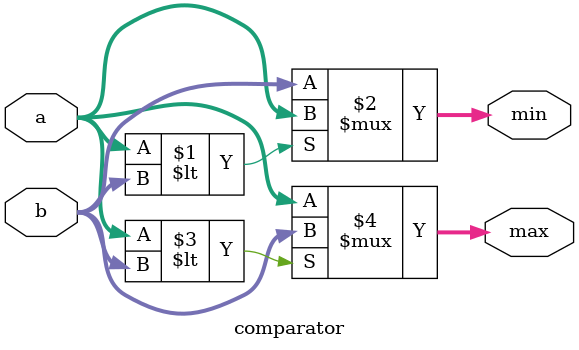
<source format=v>
module Sort(
    // Input signals
	in_num0,
	in_num1,
	in_num2,
	in_num3,
	in_num4,
    // Output signals
	out_num
);

//---------------------------------------------------------------------
//   INPUT AND OUTPUT DECLARATION                         
//---------------------------------------------------------------------
input      [5:0] in_num0, in_num1, in_num2, in_num3, in_num4;
output     [5:0] out_num;

//---------------------------------------------------------------------
//   Your design                        
//---------------------------------------------------------------------
wire [5:0] s0, s1, s2, s3, s4;
wire [5:0] t0, t1, t2, t3, t4;
wire [5:0] u0, u1, u2, u3, u4;
wire [5:0] v0, v1, v2, v3, v4;
wire [5:0] out0, out1, out2, out3;

comparator c1( .a(in_num0), 
               .b(in_num1),
               .min(s0), 
               .max(s1)
);
comparator c2( .a(in_num2), 
               .b(in_num3),
               .min(s2), 
               .max(s3)
);
assign s4 = in_num4;
// first swap

comparator c3( .a(s1), 
               .b(s2),
               .min(t1), 
               .max(t2)
);
comparator c4( .a(s3), 
               .b(s4),
               .min(t3), 
               .max(t4)
);
assign t0 = s0;
//second swap

comparator c5( .a(t0), 
               .b(t1),
               .min(u0), 
               .max(u1)
);
comparator c6( .a(t2), 
               .b(t3),
               .min(u2), 
               .max(u3)
);
assign u4 = t4;
//third swap

comparator c7( .a(u1), 
               .b(u2),
               .min(v1), 
               .max(v2)
);
comparator c8( .a(u3), 
               .b(u4),
               .min(v3), 
               .max(v4)
);
assign v0 = u0;
//fourth swap

comparator c9( .a(v0), 
               .b(v1),
               .min(out0), 
               .max(out1)
);
comparator c10(.a(v2), 
               .b(v3),
               .min(out2), 
               .max(out3)
);
assign out_num = out2;
//fifth swap

endmodule

module comparator( input [5:0] a,
                   input [5:0] b,
                   output [5:0] min,
                   output [5:0] max
);
assign min = (a < b)? a : b;
assign max = (a < b)? b : a;

endmodule


</source>
